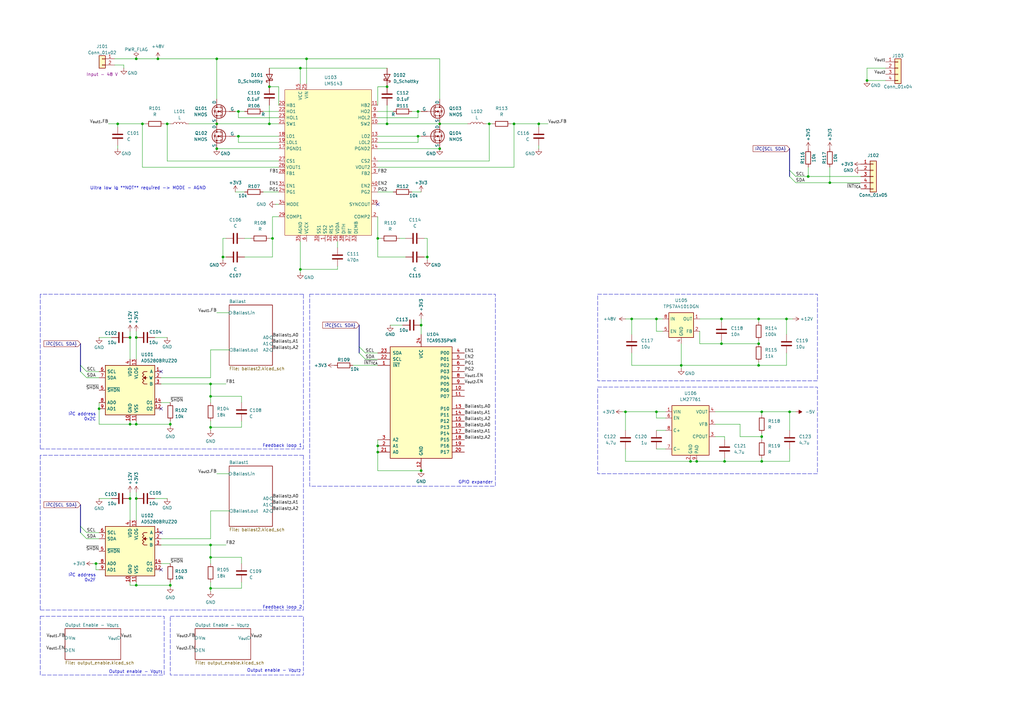
<source format=kicad_sch>
(kicad_sch (version 20231120) (generator "eeschema") (generator_version "8.0")
  (paper "A3")
  (title_block (title "Power supply - low level driver") (date "2024-06-28"))
  (junction (at 295.91 140.97))
  (junction (at 88.9 60.96))
  (junction (at 86.36 241.3))
  (junction (at 86.36 175.26))
  (junction (at 86.36 223.52))
  (junction (at 97.79 55.88))
  (junction (at 64.77 24.13))
  (junction (at 154.94 182.88))
  (junction (at 256.54 168.91))
  (junction (at 180.34 60.96))
  (junction (at 172.72 193.04))
  (junction (at 312.42 179.07))
  (junction (at 91.44 105.41))
  (junction (at 297.18 189.23))
  (junction (at 355.6 33.02))
  (junction (at 123.19 110.49))
  (junction (at 39.37 231.14))
  (junction (at 69.85 173.99))
  (junction (at 285.75 189.23))
  (junction (at 58.42 50.8))
  (junction (at 111.76 97.79))
  (junction (at 312.42 168.91))
  (junction (at 55.88 138.43))
  (junction (at 312.42 189.23))
  (junction (at 220.98 50.8))
  (junction (at 110.49 35.56))
  (junction (at 283.21 189.23))
  (junction (at 180.34 50.8))
  (junction (at 97.79 45.72))
  (junction (at 55.88 204.47))
  (junction (at 53.34 138.43))
  (junction (at 331.47 72.39))
  (junction (at 322.58 130.81))
  (junction (at 171.45 45.72))
  (junction (at 323.85 168.91))
  (junction (at 123.19 27.94))
  (junction (at 269.24 130.81))
  (junction (at 311.15 149.86))
  (junction (at 311.15 130.81))
  (junction (at 125.73 24.13))
  (junction (at 340.36 74.93))
  (junction (at 171.45 55.88))
  (junction (at 158.75 35.56))
  (junction (at 53.34 204.47))
  (junction (at 69.85 240.03))
  (junction (at 55.88 240.03))
  (junction (at 88.9 50.8))
  (junction (at 175.26 105.41))
  (junction (at 279.4 149.86))
  (junction (at 88.9 24.13))
  (junction (at 311.15 140.97))
  (junction (at 86.36 162.56))
  (junction (at 68.58 50.8))
  (junction (at 172.72 133.35))
  (junction (at 86.36 157.48))
  (junction (at 40.64 167.64))
  (junction (at 53.34 173.99))
  (junction (at 269.24 168.91))
  (junction (at 55.88 24.13))
  (junction (at 55.88 173.99))
  (junction (at 295.91 130.81))
  (junction (at 210.82 50.8))
  (junction (at 259.08 130.81))
  (junction (at 110.49 50.8))
  (junction (at 200.66 50.8))
  (junction (at 86.36 228.6))
  (junction (at 154.94 97.79))
  (junction (at 158.75 50.8))
  (junction (at 48.26 50.8))
  (junction (at 154.94 185.42))
  (no_connect (at 66.04 152.4))
  (no_connect (at 66.04 167.64))
  (no_connect (at 66.04 233.68))
  (no_connect (at 66.04 218.44))
  (no_connect (at 154.94 83.82))
  (bus_entry (at 147.32 144.78) (size 2.54 2.54))
  (bus_entry (at 323.85 72.39) (size 2.54 2.54))
  (bus_entry (at 323.85 69.85) (size 2.54 2.54))
  (bus_entry (at 33.02 152.4) (size 2.54 2.54))
  (bus_entry (at 33.02 215.9) (size 2.54 2.54))
  (bus_entry (at 147.32 142.24) (size 2.54 2.54))
  (bus_entry (at 33.02 218.44) (size 2.54 2.54))
  (bus_entry (at 33.02 149.86) (size 2.54 2.54))
  (wire (pts (xy 171.45 45.72) (xy 168.91 45.72)))
  (wire (pts (xy 161.29 45.72) (xy 154.94 45.72)))
  (wire (pts (xy 312.42 189.23) (xy 297.18 189.23)))
  (wire (pts (xy 110.49 35.56) (xy 114.3 35.56)))
  (wire (pts (xy 256.54 130.81) (xy 259.08 130.81)))
  (wire (pts (xy 99.06 165.1) (xy 99.06 162.56)))
  (wire (pts (xy 323.85 189.23) (xy 312.42 189.23)))
  (wire (pts (xy 40.64 165.1) (xy 40.64 167.64)))
  (wire (pts (xy 40.64 204.47) (xy 45.72 204.47)))
  (wire (pts (xy 55.88 240.03) (xy 55.88 238.76)))
  (wire (pts (xy 180.34 60.96) (xy 154.94 60.96)))
  (wire (pts (xy 123.19 34.29) (xy 123.19 27.94)))
  (wire (pts (xy 97.79 48.26) (xy 97.79 45.72)))
  (wire (pts (xy 209.55 50.8) (xy 210.82 50.8)))
  (wire (pts (xy 255.27 168.91) (xy 256.54 168.91)))
  (wire (pts (xy 53.34 204.47) (xy 53.34 213.36)))
  (wire (pts (xy 312.42 168.91) (xy 323.85 168.91)))
  (wire (pts (xy 69.85 173.99) (xy 69.85 174.625)))
  (wire (pts (xy 154.94 97.79) (xy 154.94 88.9)))
  (wire (pts (xy 53.34 173.99) (xy 40.64 173.99)))
  (wire (pts (xy 191.77 50.8) (xy 180.34 50.8)))
  (wire (pts (xy 312.42 187.96) (xy 312.42 189.23)))
  (wire (pts (xy 59.69 50.8) (xy 58.42 50.8)))
  (wire (pts (xy 271.78 135.89) (xy 269.24 135.89)))
  (wire (pts (xy 158.75 50.8) (xy 154.94 50.8)))
  (wire (pts (xy 99.06 228.6) (xy 86.36 228.6)))
  (wire (pts (xy 114.3 43.18) (xy 114.3 35.56)))
  (wire (pts (xy 40.64 138.43) (xy 45.72 138.43)))
  (wire (pts (xy 201.93 50.8) (xy 200.66 50.8)))
  (wire (pts (xy 297.18 179.07) (xy 297.18 180.34)))
  (wire (pts (xy 154.94 193.04) (xy 172.72 193.04)))
  (wire (pts (xy 311.15 132.08) (xy 311.15 130.81)))
  (wire (pts (xy 166.37 97.79) (xy 163.83 97.79)))
  (wire (pts (xy 295.91 140.97) (xy 311.15 140.97)))
  (wire (pts (xy 39.37 231.14) (xy 40.64 231.14)))
  (bus (pts (xy 323.85 69.85) (xy 323.85 72.39)))
  (wire (pts (xy 88.9 40.64) (xy 88.9 24.13)))
  (wire (pts (xy 322.58 149.86) (xy 311.15 149.86)))
  (wire (pts (xy 171.45 58.42) (xy 171.45 55.88)))
  (wire (pts (xy 40.64 233.68) (xy 39.37 233.68)))
  (wire (pts (xy 220.98 50.8) (xy 224.79 50.8)))
  (wire (pts (xy 322.58 130.81) (xy 325.12 130.81)))
  (wire (pts (xy 55.88 173.99) (xy 55.88 172.72)))
  (wire (pts (xy 38.1 231.14) (xy 39.37 231.14)))
  (wire (pts (xy 287.02 130.81) (xy 295.91 130.81)))
  (wire (pts (xy 259.08 130.81) (xy 269.24 130.81)))
  (wire (pts (xy 77.47 50.8) (xy 88.9 50.8)))
  (wire (pts (xy 55.88 204.47) (xy 55.88 213.36)))
  (wire (pts (xy 256.54 168.91) (xy 269.24 168.91)))
  (polyline (pts (xy 124.46 186.69) (xy 16.51 186.69)) (stroke (width 0) (type dash)))
  (bus (pts (xy 33.02 149.86) (xy 33.02 152.4)))
  (bus (pts (xy 147.32 133.35) (xy 147.32 142.24)))
  (wire (pts (xy 303.53 173.99) (xy 303.53 179.07)))
  (wire (pts (xy 111.76 88.9) (xy 114.3 88.9)))
  (wire (pts (xy 123.19 27.94) (xy 158.75 27.94)))
  (polyline (pts (xy 16.51 250.19) (xy 124.46 250.19)) (stroke (width 0) (type dash)))
  (polyline (pts (xy 124.46 120.65) (xy 16.51 120.65)) (stroke (width 0) (type dash)))
  (wire (pts (xy 154.94 182.88) (xy 154.94 180.34)))
  (wire (pts (xy 125.73 24.13) (xy 180.34 24.13)))
  (wire (pts (xy 175.26 105.41) (xy 175.26 106.68)))
  (wire (pts (xy 340.36 68.58) (xy 340.36 74.93)))
  (wire (pts (xy 269.24 130.81) (xy 271.78 130.81)))
  (wire (pts (xy 96.52 45.72) (xy 97.79 45.72)))
  (wire (pts (xy 66.04 165.1) (xy 69.85 165.1)))
  (wire (pts (xy 200.66 50.8) (xy 199.39 50.8)))
  (wire (pts (xy 88.9 128.27) (xy 93.98 128.27)))
  (wire (pts (xy 68.58 204.47) (xy 63.5 204.47)))
  (wire (pts (xy 86.36 220.98) (xy 66.04 220.98)))
  (wire (pts (xy 48.26 59.69) (xy 48.26 60.96)))
  (wire (pts (xy 256.54 184.15) (xy 256.54 189.23)))
  (wire (pts (xy 154.94 35.56) (xy 154.94 43.18)))
  (wire (pts (xy 88.9 60.96) (xy 114.3 60.96)))
  (wire (pts (xy 154.94 78.74) (xy 161.29 78.74)))
  (wire (pts (xy 287.02 135.89) (xy 287.02 140.97)))
  (wire (pts (xy 50.8 26.67) (xy 46.99 26.67)))
  (polyline (pts (xy 16.51 186.69) (xy 16.51 250.19)) (stroke (width 0) (type dash)))
  (wire (pts (xy 331.47 72.39) (xy 353.06 72.39)))
  (wire (pts (xy 91.44 105.41) (xy 92.71 105.41)))
  (wire (pts (xy 287.02 140.97) (xy 295.91 140.97)))
  (wire (pts (xy 323.85 168.91) (xy 326.39 168.91)))
  (wire (pts (xy 259.08 144.78) (xy 259.08 149.86)))
  (wire (pts (xy 322.58 144.78) (xy 322.58 149.86)))
  (wire (pts (xy 111.76 97.79) (xy 111.76 88.9)))
  (wire (pts (xy 91.44 97.79) (xy 92.71 97.79)))
  (wire (pts (xy 100.33 105.41) (xy 111.76 105.41)))
  (wire (pts (xy 295.91 139.7) (xy 295.91 140.97)))
  (wire (pts (xy 114.3 78.74) (xy 107.95 78.74)))
  (wire (pts (xy 86.36 157.48) (xy 92.71 157.48)))
  (wire (pts (xy 297.18 187.96) (xy 297.18 189.23)))
  (polyline (pts (xy 16.51 184.15) (xy 124.46 184.15)) (stroke (width 0) (type dash)))
  (wire (pts (xy 273.05 171.45) (xy 269.24 171.45)))
  (wire (pts (xy 110.49 27.94) (xy 123.19 27.94)))
  (wire (pts (xy 35.56 220.98) (xy 40.64 220.98)))
  (wire (pts (xy 269.24 168.91) (xy 273.05 168.91)))
  (wire (pts (xy 110.49 97.79) (xy 111.76 97.79)))
  (wire (pts (xy 171.45 58.42) (xy 154.94 58.42)))
  (wire (pts (xy 68.58 50.8) (xy 69.85 50.8)))
  (wire (pts (xy 113.03 83.82) (xy 114.3 83.82)))
  (wire (pts (xy 259.08 130.81) (xy 259.08 137.16)))
  (wire (pts (xy 269.24 184.15) (xy 273.05 184.15)))
  (wire (pts (xy 172.72 130.81) (xy 172.72 133.35)))
  (wire (pts (xy 323.85 168.91) (xy 323.85 176.53)))
  (wire (pts (xy 340.36 74.93) (xy 353.06 74.93)))
  (wire (pts (xy 363.22 27.94) (xy 355.6 27.94)))
  (wire (pts (xy 166.37 105.41) (xy 154.94 105.41)))
  (wire (pts (xy 154.94 105.41) (xy 154.94 97.79)))
  (wire (pts (xy 326.39 74.93) (xy 340.36 74.93)))
  (wire (pts (xy 48.26 50.8) (xy 58.42 50.8)))
  (wire (pts (xy 86.36 223.52) (xy 86.36 228.6)))
  (wire (pts (xy 86.36 143.51) (xy 86.36 154.94)))
  (wire (pts (xy 355.6 33.02) (xy 363.22 33.02)))
  (wire (pts (xy 171.45 48.26) (xy 154.94 48.26)))
  (wire (pts (xy 97.79 48.26) (xy 114.3 48.26)))
  (wire (pts (xy 97.79 58.42) (xy 97.79 55.88)))
  (wire (pts (xy 86.36 157.48) (xy 86.36 162.56)))
  (wire (pts (xy 55.88 24.13) (xy 64.77 24.13)))
  (wire (pts (xy 86.36 175.26) (xy 86.36 176.53)))
  (wire (pts (xy 355.6 27.94) (xy 355.6 33.02)))
  (wire (pts (xy 69.85 238.76) (xy 69.85 240.03)))
  (wire (pts (xy 256.54 168.91) (xy 256.54 176.53)))
  (wire (pts (xy 96.52 55.88) (xy 97.79 55.88)))
  (wire (pts (xy 172.72 133.35) (xy 172.72 137.16)))
  (polyline (pts (xy 124.46 250.19) (xy 124.46 186.69)) (stroke (width 0) (type dash)))
  (wire (pts (xy 88.9 50.8) (xy 110.49 50.8)))
  (wire (pts (xy 67.31 50.8) (xy 68.58 50.8)))
  (wire (pts (xy 68.58 66.04) (xy 114.3 66.04)))
  (wire (pts (xy 86.36 209.55) (xy 86.36 220.98)))
  (polyline (pts (xy 124.46 184.15) (xy 124.46 120.65)) (stroke (width 0) (type dash)))
  (wire (pts (xy 293.37 173.99) (xy 303.53 173.99)))
  (bus (pts (xy 33.02 140.97) (xy 33.02 149.86)))
  (wire (pts (xy 154.94 193.04) (xy 154.94 185.42)))
  (wire (pts (xy 138.43 110.49) (xy 123.19 110.49)))
  (wire (pts (xy 64.77 24.13) (xy 88.9 24.13)))
  (wire (pts (xy 69.85 173.99) (xy 55.88 173.99)))
  (wire (pts (xy 293.37 179.07) (xy 297.18 179.07)))
  (wire (pts (xy 279.4 151.13) (xy 279.4 149.86)))
  (wire (pts (xy 312.42 177.8) (xy 312.42 179.07)))
  (wire (pts (xy 97.79 55.88) (xy 114.3 55.88)))
  (wire (pts (xy 200.66 66.04) (xy 200.66 50.8)))
  (wire (pts (xy 293.37 168.91) (xy 312.42 168.91)))
  (wire (pts (xy 99.06 162.56) (xy 86.36 162.56)))
  (wire (pts (xy 35.56 154.94) (xy 40.64 154.94)))
  (wire (pts (xy 172.72 55.88) (xy 171.45 55.88)))
  (wire (pts (xy 53.34 201.93) (xy 53.34 204.47)))
  (wire (pts (xy 123.19 110.49) (xy 123.19 111.76)))
  (wire (pts (xy 107.95 45.72) (xy 114.3 45.72)))
  (wire (pts (xy 279.4 149.86) (xy 279.4 140.97)))
  (wire (pts (xy 175.26 97.79) (xy 175.26 105.41)))
  (wire (pts (xy 99.06 238.76) (xy 99.06 241.3)))
  (wire (pts (xy 160.02 133.35) (xy 165.1 133.35)))
  (wire (pts (xy 168.91 78.74) (xy 172.72 78.74)))
  (wire (pts (xy 100.33 78.74) (xy 96.52 78.74)))
  (wire (pts (xy 323.85 184.15) (xy 323.85 189.23)))
  (wire (pts (xy 68.58 138.43) (xy 63.5 138.43)))
  (wire (pts (xy 303.53 179.07) (xy 312.42 179.07)))
  (wire (pts (xy 295.91 130.81) (xy 295.91 132.08)))
  (wire (pts (xy 175.26 105.41) (xy 173.99 105.41)))
  (bus (pts (xy 33.02 207.01) (xy 33.02 215.9)))
  (wire (pts (xy 110.49 50.8) (xy 114.3 50.8)))
  (wire (pts (xy 58.42 68.58) (xy 58.42 50.8)))
  (wire (pts (xy 53.34 135.89) (xy 53.34 138.43)))
  (wire (pts (xy 99.06 172.72) (xy 99.06 175.26)))
  (wire (pts (xy 311.15 148.59) (xy 311.15 149.86)))
  (wire (pts (xy 58.42 68.58) (xy 114.3 68.58)))
  (wire (pts (xy 66.04 157.48) (xy 86.36 157.48)))
  (wire (pts (xy 99.06 241.3) (xy 86.36 241.3)))
  (wire (pts (xy 138.43 99.06) (xy 138.43 101.6)))
  (wire (pts (xy 53.34 240.03) (xy 53.34 238.76)))
  (wire (pts (xy 86.36 162.56) (xy 86.36 165.1)))
  (wire (pts (xy 171.45 55.88) (xy 154.94 55.88)))
  (wire (pts (xy 69.85 172.72) (xy 69.85 173.99)))
  (wire (pts (xy 50.8 27.94) (xy 50.8 26.67)))
  (bus (pts (xy 147.32 142.24) (xy 147.32 144.78)))
  (wire (pts (xy 172.72 45.72) (xy 171.45 45.72)))
  (wire (pts (xy 86.36 241.3) (xy 86.36 242.57)))
  (wire (pts (xy 69.85 240.03) (xy 55.88 240.03)))
  (wire (pts (xy 125.73 34.29) (xy 125.73 24.13)))
  (wire (pts (xy 86.36 238.76) (xy 86.36 241.3)))
  (wire (pts (xy 220.98 52.07) (xy 220.98 50.8)))
  (wire (pts (xy 55.88 135.89) (xy 55.88 138.43)))
  (wire (pts (xy 297.18 189.23) (xy 285.75 189.23)))
  (wire (pts (xy 158.75 35.56) (xy 154.94 35.56)))
  (wire (pts (xy 331.47 68.58) (xy 331.47 72.39)))
  (bus (pts (xy 33.02 215.9) (xy 33.02 218.44)))
  (wire (pts (xy 46.99 24.13) (xy 55.88 24.13)))
  (wire (pts (xy 269.24 135.89) (xy 269.24 130.81)))
  (wire (pts (xy 220.98 50.8) (xy 210.82 50.8)))
  (wire (pts (xy 48.26 52.07) (xy 48.26 50.8)))
  (wire (pts (xy 97.79 58.42) (xy 114.3 58.42)))
  (wire (pts (xy 66.04 231.14) (xy 69.85 231.14)))
  (wire (pts (xy 158.75 43.18) (xy 158.75 50.8)))
  (wire (pts (xy 53.34 173.99) (xy 55.88 173.99)))
  (wire (pts (xy 53.34 173.99) (xy 53.34 172.72)))
  (wire (pts (xy 88.9 194.31) (xy 93.98 194.31)))
  (wire (pts (xy 149.86 147.32) (xy 154.94 147.32)))
  (wire (pts (xy 144.78 149.86) (xy 154.94 149.86)))
  (wire (pts (xy 86.36 223.52) (xy 92.71 223.52)))
  (wire (pts (xy 283.21 189.23) (xy 285.75 189.23)))
  (wire (pts (xy 220.98 59.69) (xy 220.98 60.96)))
  (wire (pts (xy 93.98 209.55) (xy 86.36 209.55)))
  (wire (pts (xy 111.76 105.41) (xy 111.76 97.79)))
  (wire (pts (xy 210.82 68.58) (xy 154.94 68.58)))
  (wire (pts (xy 93.98 143.51) (xy 86.36 143.51)))
  (wire (pts (xy 311.15 139.7) (xy 311.15 140.97)))
  (wire (pts (xy 171.45 48.26) (xy 171.45 45.72)))
  (wire (pts (xy 69.85 240.03) (xy 69.85 240.665)))
  (wire (pts (xy 53.34 240.03) (xy 55.88 240.03)))
  (wire (pts (xy 269.24 171.45) (xy 269.24 168.91)))
  (wire (pts (xy 44.45 50.8) (xy 48.26 50.8)))
  (wire (pts (xy 269.24 176.53) (xy 273.05 176.53)))
  (wire (pts (xy 322.58 130.81) (xy 311.15 130.81)))
  (wire (pts (xy 39.37 233.68) (xy 39.37 231.14)))
  (wire (pts (xy 110.49 43.18) (xy 110.49 50.8)))
  (wire (pts (xy 210.82 68.58) (xy 210.82 50.8)))
  (wire (pts (xy 180.34 50.8) (xy 158.75 50.8)))
  (wire (pts (xy 256.54 189.23) (xy 283.21 189.23)))
  (wire (pts (xy 86.36 154.94) (xy 66.04 154.94)))
  (wire (pts (xy 97.79 45.72) (xy 100.33 45.72)))
  (wire (pts (xy 322.58 137.16) (xy 322.58 130.81)))
  (wire (pts (xy 99.06 175.26) (xy 86.36 175.26)))
  (wire (pts (xy 180.34 40.64) (xy 180.34 24.13)))
  (wire (pts (xy 100.33 97.79) (xy 102.87 97.79)))
  (wire (pts (xy 66.04 223.52) (xy 86.36 223.52)))
  (wire (pts (xy 53.34 138.43) (xy 53.34 147.32)))
  (wire (pts (xy 200.66 66.04) (xy 154.94 66.04)))
  (wire (pts (xy 154.94 185.42) (xy 154.94 182.88)))
  (wire (pts (xy 326.39 72.39) (xy 331.47 72.39)))
  (wire (pts (xy 138.43 109.22) (xy 138.43 110.49)))
  (wire (pts (xy 91.44 97.79) (xy 91.44 105.41)))
  (bus (pts (xy 323.85 60.96) (xy 323.85 69.85)))
  (wire (pts (xy 88.9 24.13) (xy 125.73 24.13)))
  (wire (pts (xy 175.26 97.79) (xy 173.99 97.79)))
  (wire (pts (xy 312.42 179.07) (xy 312.42 180.34)))
  (polyline (pts (xy 16.51 120.65) (xy 16.51 184.15)) (stroke (width 0) (type dash)))
  (wire (pts (xy 295.91 130.81) (xy 311.15 130.81)))
  (wire (pts (xy 35.56 218.44) (xy 40.64 218.44)))
  (wire (pts (xy 35.56 152.4) (xy 40.64 152.4)))
  (wire (pts (xy 91.44 105.41) (xy 91.44 106.68)))
  (wire (pts (xy 149.86 144.78) (xy 154.94 144.78)))
  (wire (pts (xy 55.88 201.93) (xy 55.88 204.47)))
  (wire (pts (xy 68.58 66.04) (xy 68.58 50.8)))
  (wire (pts (xy 40.64 173.99) (xy 40.64 167.64)))
  (wire (pts (xy 99.06 231.14) (xy 99.06 228.6)))
  (wire (pts (xy 156.21 97.79) (xy 154.94 97.79)))
  (wire (pts (xy 86.36 228.6) (xy 86.36 231.14)))
  (wire (pts (xy 259.08 149.86) (xy 279.4 149.86)))
  (wire (pts (xy 123.19 99.06) (xy 123.19 110.49)))
  (wire (pts (xy 312.42 168.91) (xy 312.42 170.18)))
  (wire (pts (xy 86.36 172.72) (xy 86.36 175.26)))
  (wire (pts (xy 55.88 138.43) (xy 55.88 147.32)))
  (wire (pts (xy 279.4 149.86) (xy 311.15 149.86)))
  (rectangle (start 127 120.65) (end 203.2 199.39) (stroke (width 0) (type dash)))
  (rectangle (start 16.51 252.73) (end 67.31 276.86) (stroke (width 0) (type dash)))
  (rectangle (start 245.11 120.65) (end 335.28 156.21) (stroke (width 0) (type dash)))
  (rectangle (start 69.85 252.73) (end 124.46 276.86) (stroke (width 0) (type dash)))
  (rectangle (start 245.11 158.75) (end 335.28 194.31) (stroke (width 0) (type dash)))
  (text "Feedback loop 2" (exclude_from_sim yes) (at 123.952 249.174 0) (effects (font (size 1.27 1.27)) (justify right)))
  (text "Feedback loop 1" (exclude_from_sim yes) (at 123.952 182.88 0) (effects (font (size 1.27 1.27)) (justify right)))
  (text "Output enable - V_{OUT1}" (at 66.802 275.59 0) (effects (font (size 1.27 1.27)) (justify right)))
  (text "Output enable - V_{OUT2}" (at 123.444 275.082 0) (effects (font (size 1.27 1.27)) (justify right)))
  (text "GPIO expander" (at 202.184 197.866 0) (effects (font (size 1.27 1.27)) (justify right)))
  (text "Ultra low I_{Q} **NOT** required -> MODE - AGND" (exclude_from_sim yes) (at 60.706 77.216 0) (effects (font (size 1.27 1.27))))
  (text "I^{2}C address\n0x2F" (at 39.37 238.76 0) (effects (font (size 1.27 1.27)) (justify right bottom)))
  (text "I^{2}C address\n0x2C" (at 39.37 172.72 0) (effects (font (size 1.27 1.27)) (justify right bottom)))
  (label "SDA" (at 35.56 154.94 0))
  (label "~{INT_{TCA}}" (at 353.06 77.47 180))
  (label "Ballast_{2}.A1" (at 190.5 177.8 0))
  (label "V_{out1}.FB" (at 88.9 128.27 180))
  (label "Ballast_{2}.A2" (at 111.76 209.55 0))
  (label "Ballast_{2}.A2" (at 190.5 180.34 0))
  (label "V_{out2}.FB" (at 88.9 194.31 180))
  (label "~{SHDN}" (at 40.64 160.02 180))
  (label "Ballast_{1}.A2" (at 111.76 143.51 0))
  (label "V_{out1}.EN" (at 190.5 154.94 0))
  (label "V_{out1}.FB" (at 44.45 50.8 180))
  (label "Ballast_{1}.A0" (at 190.5 167.64 0))
  (label "FB2" (at 154.94 71.12 0))
  (label "Ballast_{2}.A1" (at 111.76 207.01 0))
  (label "SCL" (at 35.56 152.4 0))
  (label "Ballast_{1}.A1" (at 190.5 170.18 0))
  (label "V_{out2}.FB" (at 224.79 50.8 0))
  (label "SCL" (at 149.86 144.78 0))
  (label "V_{out2}.FB" (at 80.01 261.62 180))
  (label "V_{out1}" (at 363.22 25.4 180))
  (label "EN2" (at 190.5 147.32 0))
  (label "FB1" (at 114.3 71.12 180))
  (label "~{SHDN}" (at 69.85 231.14 0))
  (label "EN2" (at 154.94 76.2 0))
  (label "SCL" (at 35.56 218.44 0))
  (label "V_{out2}" (at 363.22 30.48 180))
  (label "Ballast_{2}.A0" (at 190.5 175.26 0))
  (label "~{SHDN}" (at 69.85 165.1 0))
  (label "PG1" (at 114.3 78.74 180))
  (label "SDA" (at 326.39 74.93 0))
  (label "Ballast_{1}.A0" (at 111.76 138.43 0))
  (label "PG2" (at 190.5 152.4 0))
  (label "PG2" (at 154.94 78.74 0))
  (label "~{INT_{TCA}}" (at 154.94 149.86 180))
  (label "Ballast_{1}.A2" (at 190.5 172.72 0))
  (label "Ballast_{2}.A0" (at 111.76 204.47 0))
  (label "EN1" (at 190.5 144.78 0))
  (label "SDA" (at 149.86 147.32 0))
  (label "SCL" (at 326.39 72.39 0))
  (label "V_{out2}" (at 102.87 261.62 0))
  (label "V_{out1}" (at 49.53 261.62 0))
  (label "Ballast_{1}.A1" (at 111.76 140.97 0))
  (label "FB2" (at 92.71 223.52 0))
  (label "SDA" (at 35.56 220.98 0))
  (label "V_{out2}.EN" (at 190.5 157.48 0))
  (label "EN1" (at 114.3 76.2 180))
  (label "V_{out1}.EN" (at 26.67 266.7 180))
  (label "V_{out2}.EN" (at 80.01 266.7 180))
  (label "V_{out1}.FB" (at 26.67 261.62 180))
  (label "PG1" (at 190.5 149.86 0))
  (label "FB1" (at 92.71 157.48 0))
  (label "~{SHDN}" (at 40.64 226.06 180))
  (global_label "I^{2}C{SCL SDA}" (shape input) (at 33.02 140.97 180) (property "Intersheetrefs" "${INTERSHEET_REFS}" (effects (hide yes))))
  (global_label "I^{2}C{SCL SDA}" (shape input) (at 147.32 133.35 180) (property "Intersheetrefs" "${INTERSHEET_REFS}" (effects (hide yes))))
  (global_label "I^{2}C{SCL SDA}" (shape input) (at 33.02 207.01 180) (property "Intersheetrefs" "${INTERSHEET_REFS}" (effects (hide yes))))
  (global_label "I^{2}C{SCL SDA}" (shape input) (at 323.85 60.96 180) (property "Intersheetrefs" "${INTERSHEET_REFS}" (effects (hide yes))))
  (symbol (lib_id "power:GND") (at 88.9 60.96 0) (unit 1)
    (property "Reference" "#PWR0117" (effects (hide yes)))
    (property "Value" "GND" (at 92.456 62.992 0))
    (property "Description" "Power symbol creates a global label with name \"GND\" , ground" (effects (hide yes)))
  )
  (symbol (lib_id "power:+48V") (at 256.54 130.81 90) (unit 1)
    (property "Reference" "#PWR0130" (effects (hide yes)))
    (property "Value" "+48V" (at 252.73 130.8099 90) (effects (justify left)))
    (property "Description" "Power symbol creates a global label with name \"+48V\"" (effects (hide yes)))
  )
  (symbol (lib_id "Device:C") (at 49.53 138.43 90) (mirror x) (unit 1)
    (property "Reference" "C102" (at 45.466 136.652 90))
    (property "Value" "10u" (at 45.974 140.462 90))
    (property "Description" "Unpolarized capacitor" (effects (hide yes)))
  )
  (symbol (lib_id "power:+3V3") (at 55.88 201.93 0) (unit 1)
    (property "Reference" "#PWR0109" (effects (hide yes)))
    (property "Value" "+3V3" (at 55.88 196.215 90))
  )
  (symbol (lib_id "Potentiometer_Digital:AD5280") (at 53.34 226.06 0) (unit 1)
    (property "Reference" "U102" (at 57.8359 211.455 0) (effects (justify left)))
    (property "Value" "AD5280BRUZ20" (at 57.8359 213.995 0) (effects (justify left)))
    (property "Footprint" "Package_SO:TSSOP-14_4.4x5mm_P0.65mm" (effects (hide yes)))
    (property "Datasheet" "https://www.analog.com/media/en/technical-documentation/data-sheets/AD5280_5282.pdf" (effects (hide yes)))
  )
  (symbol (lib_id "Device:C") (at 269.24 180.34 0) (mirror y) (unit 1)
    (property "Reference" "C120" (at 265.43 179.0699 0) (effects (justify left)))
    (property "Value" "1u" (at 265.43 181.6099 0) (effects (justify left)))
  )
  (symbol (lib_id "Device:C") (at 49.53 204.47 90) (mirror x) (unit 1)
    (property "Reference" "C103" (at 45.466 202.692 90))
    (property "Value" "10u" (at 45.974 206.502 90))
    (property "Description" "Unpolarized capacitor" (effects (hide yes)))
  )
  (symbol (lib_id "power:+48V") (at 64.77 24.13 0) (unit 1)
    (property "Reference" "#PWR0110" (effects (hide yes)))
    (property "Value" "+48V" (at 64.77 19.05 0))
    (property "Description" "Power symbol creates a global label with name \"+48V\"" (effects (hide yes)))
  )
  (symbol (lib_id "power:+3V3") (at 38.1 231.14 90) (unit 1)
    (property "Reference" "#PWR0101" (effects (hide yes)))
    (property "Value" "+3V3" (at 32.385 231.14 90))
  )
  (symbol (lib_id "power:+3V3") (at 55.88 135.89 0) (unit 1)
    (property "Reference" "#PWR0108" (effects (hide yes)))
    (property "Value" "+3V3" (at 55.88 130.175 90))
  )
  (symbol (lib_id "Device:C") (at 99.06 168.91 0) (unit 1)
    (property "Reference" "C108" (at 102.235 168.275 0) (effects (justify left)))
    (property "Value" "C" (at 102.235 170.815 0) (effects (justify left)))
  )
  (symbol (lib_id "Potentiometer_Digital:AD5280") (at 53.34 160.02 0) (unit 1)
    (property "Reference" "U101" (at 57.8359 145.415 0) (effects (justify left)))
    (property "Value" "AD5280BRUZ20" (at 57.8359 147.955 0) (effects (justify left)))
    (property "Footprint" "Package_SO:TSSOP-14_4.4x5mm_P0.65mm" (effects (hide yes)))
    (property "Datasheet" "https://www.analog.com/media/en/technical-documentation/data-sheets/AD5280_5282.pdf" (effects (hide yes)))
  )
  (symbol (lib_id "Device:R") (at 165.1 45.72 270) (mirror x) (unit 1)
    (property "Reference" "R111" (at 165.1 43.434 90))
    (property "Value" "R" (at 161.29 46.99 90))
    (property "Description" "Resistor" (effects (hide yes)))
  )
  (symbol (lib_id "Device:L") (at 73.66 50.8 90) (unit 1)
    (property "Reference" "L101" (at 73.66 45.72 90))
    (property "Value" "L" (at 73.66 48.26 90))
    (property "Description" "Inductor" (effects (hide yes)))
  )
  (symbol (lib_id "Device:C") (at 322.58 140.97 0) (unit 1)
    (property "Reference" "C119" (at 326.39 139.6999 0) (effects (justify left)))
    (property "Value" "10u" (at 326.39 142.2399 0) (effects (justify left)))
  )
  (symbol (lib_id "Device:C") (at 168.91 133.35 270) (unit 1)
    (property "Reference" "C113" (at 164.846 131.064 90))
    (property "Value" "10u" (at 165.608 135.382 90))
    (property "Description" "Unpolarized capacitor" (effects (hide yes)))
  )
  (symbol (lib_id "power:+12V") (at 53.34 201.93 0) (unit 1)
    (property "Reference" "#PWR0107" (effects (hide yes)))
    (property "Value" "+12V" (at 53.34 196.215 90))
  )
  (symbol (lib_id "Device:R") (at 165.1 78.74 90) (unit 1)
    (property "Reference" "R112" (at 165.1 76.454 90))
    (property "Value" "10k" (at 169.672 80.264 90))
  )
  (symbol (lib_id "power:GND") (at 175.26 106.68 0) (unit 1)
    (property "Reference" "#PWR0127" (effects (hide yes)))
    (property "Value" "GND" (at 178.816 108.712 0))
    (property "Description" "Power symbol creates a global label with name \"GND\" , ground" (effects (hide yes)))
  )
  (symbol (lib_id "Device:C") (at 220.98 55.88 0) (mirror y) (unit 1)
    (property "Reference" "C116" (at 217.17 54.6099 0) (effects (justify left)))
    (property "Value" "C" (at 217.17 57.1499 0) (effects (justify left)))
    (property "Description" "Unpolarized capacitor" (effects (hide yes)))
  )
  (symbol (lib_id "power:GND") (at 180.34 60.96 0) (mirror y) (unit 1)
    (property "Reference" "#PWR0128" (effects (hide yes)))
    (property "Value" "GND" (at 176.784 62.992 0))
    (property "Description" "Power symbol creates a global label with name \"GND\" , ground" (effects (hide yes)))
  )
  (symbol (lib_id "Regulator_SwitchedCapacitor:LM27761") (at 283.21 176.53 0) (unit 1)
    (property "Reference" "U106" (at 283.21 161.29 0))
    (property "Value" "LM27761" (at 283.21 163.83 0))
    (property "Footprint" "Package_SON:WSON-8-1EP_2x2mm_P0.5mm_EP0.9x1.6mm" (effects (hide yes)))
    (property "Datasheet" "http://www.ti.com/lit/ds/symlink/lm27761.pdf" (effects (hide yes)))
    (property "Description" "low-noise regulated switched-capacitor voltage inverter with 2.7V-5.5V input to -1.5 to -5V Output Voltage, WSON-8" (effects (hide yes)))
  )
  (symbol (lib_id "Device:C") (at 96.52 97.79 90) (unit 1)
    (property "Reference" "C106" (at 96.52 90.17 90))
    (property "Value" "C" (at 96.52 92.71 90))
    (property "Description" "Unpolarized capacitor" (effects (hide yes)))
  )
  (symbol (lib_id "power:GND") (at 40.64 138.43 0) (mirror y) (unit 1)
    (property "Reference" "#PWR0102" (effects (hide yes)))
    (property "Value" "GND" (at 38.608 142.494 0) (effects (justify right)))
  )
  (symbol (lib_id "power:+12V") (at 53.34 135.89 0) (unit 1)
    (property "Reference" "#PWR0106" (effects (hide yes)))
    (property "Value" "+12V" (at 53.34 130.175 90))
  )
  (symbol (lib_id "Device:C") (at 99.06 234.95 0) (unit 1)
    (property "Reference" "C109" (at 102.235 234.315 0) (effects (justify left)))
    (property "Value" "C" (at 102.235 236.855 0) (effects (justify left)))
  )
  (symbol (lib_id "Device:R") (at 311.15 135.89 0) (unit 1)
    (property "Reference" "R114" (at 313.69 134.6199 0) (effects (justify left)))
    (property "Value" "100k" (at 313.69 137.1599 0) (effects (justify left)))
  )
  (symbol (lib_id "power:+3V3") (at 340.36 60.96 0) (mirror y) (unit 1)
    (property "Reference" "#PWR0133" (effects (hide yes)))
    (property "Value" "+3V3" (at 340.36 55.245 90))
  )
  (symbol (lib_id "power:GND") (at 172.72 193.04 0) (unit 1)
    (property "Reference" "#PWR0126" (effects (hide yes)))
    (property "Value" "GND" (at 172.72 197.485 0))
  )
  (symbol (lib_id "Simulation_SPICE:NMOS") (at 177.8 55.88 0) (unit 1)
    (property "Reference" "Q104" (at 184.15 54.6099 0) (effects (justify left)))
    (property "Value" "NMOS" (at 184.15 57.1499 0) (effects (justify left)))
    (property "Datasheet" "https://ngspice.sourceforge.io/docs/ngspice-html-manual/manual.xhtml#cha_MOSFETs" (effects (hide yes)))
    (property "Description" "N-MOSFET transistor, drain/source/gate" (effects (hide yes)))
    (property "Sim.Device" "NMOS" (effects (hide yes)))
    (property "Sim.Type" "VDMOS" (effects (hide yes)))
    (property "Sim.Pins" "1=D 2=G 3=S" (effects (hide yes)))
  )
  (symbol (lib_id "power:GND") (at 48.26 60.96 0) (unit 1)
    (property "Reference" "#PWR0104" (effects (hide yes)))
    (property "Value" "GND" (at 51.816 62.992 0))
    (property "Description" "Power symbol creates a global label with name \"GND\" , ground" (effects (hide yes)))
  )
  (symbol (lib_id "power:+3V3") (at 172.72 130.81 0) (mirror y) (unit 1)
    (property "Reference" "#PWR0125" (effects (hide yes)))
    (property "Value" "+3V3" (at 172.72 125.095 90))
  )
  (symbol (lib_id "Device:C") (at 138.43 105.41 180) (unit 1)
    (property "Reference" "C111" (at 142.24 104.1399 0) (effects (justify right)))
    (property "Value" "470n" (at 142.24 106.6799 0) (effects (justify right)))
    (property "Description" "Unpolarized capacitor" (effects (hide yes)))
  )
  (symbol (lib_id "power:GND") (at 68.58 204.47 0) (unit 1)
    (property "Reference" "#PWR0112" (effects (hide yes)))
    (property "Value" "GND" (at 68.58 208.28 0))
  )
  (symbol (lib_id "power:GND") (at 69.85 240.665 0) (unit 1)
    (property "Reference" "#PWR0114" (effects (hide yes)))
    (property "Value" "GND" (at 69.85 245.11 0))
  )
  (symbol (lib_id "Power_source:LM5143") (at 129.54 58.42 0) (unit 1)
    (property "Reference" "U103" (at 133.0041 31.75 0) (effects (justify left)))
    (property "Value" "LM5143" (at 133.0041 34.29 0) (effects (justify left)))
    (property "Footprint" "Lab_source:Texas_RHA0040P_VQFN-40-1EP_6x6mm_P0.5mm_EP4.15x4.15mm_ThermalVias" (effects (hide yes)))
    (property "Datasheet" "https://www.ti.com/lit/ds/symlink/lm5143.pdf?ts=1717828491710&ref_url=https%253A%252F%252Fwww.ti.com%252Fproduct%252FLM5143" (effects (hide yes)))
  )
  (symbol (lib_id "Device:R") (at 160.02 97.79 270) (mirror x) (unit 1)
    (property "Reference" "R110" (at 160.02 91.44 90))
    (property "Value" "R" (at 160.02 93.98 90))
    (property "Description" "Resistor" (effects (hide yes)))
  )
  (symbol (lib_id "Device:C") (at 110.49 39.37 0) (mirror y) (unit 1)
    (property "Reference" "C110" (at 106.68 38.0999 0) (effects (justify left)))
    (property "Value" "0.1uF" (at 106.68 40.6399 0) (effects (justify left)))
    (property "Description" "Unpolarized capacitor" (effects (hide yes)))
  )
  (symbol (lib_id "Device:C") (at 170.18 105.41 270) (unit 1)
    (property "Reference" "C115" (at 170.18 113.03 90))
    (property "Value" "C" (at 170.18 110.49 90))
    (property "Description" "Unpolarized capacitor" (effects (hide yes)))
  )
  (symbol (lib_id "power:+12V") (at 325.12 130.81 270) (unit 1)
    (property "Reference" "#PWR0137" (effects (hide yes)))
    (property "Value" "+12V" (at 330.835 130.81 90))
  )
  (symbol (lib_id "power:GND") (at 86.36 176.53 0) (unit 1)
    (property "Reference" "#PWR0115" (effects (hide yes)))
    (property "Value" "GND" (at 86.36 180.975 0))
  )
  (symbol (lib_id "power:GND") (at 220.98 60.96 0) (mirror y) (unit 1)
    (property "Reference" "#PWR0129" (effects (hide yes)))
    (property "Value" "GND" (at 217.424 62.992 0))
    (property "Description" "Power symbol creates a global label with name \"GND\" , ground" (effects (hide yes)))
  )
  (symbol (lib_id "power:GND") (at 123.19 111.76 0) (unit 1)
    (property "Reference" "#PWR0121" (effects (hide yes)))
    (property "Value" "GND" (at 126.746 113.792 0))
    (property "Description" "Power symbol creates a global label with name \"GND\" , ground" (effects (hide yes)))
  )
  (symbol (lib_id "Device:R") (at 312.42 184.15 0) (unit 1)
    (property "Reference" "R119" (at 314.96 182.8799 0) (effects (justify left)))
    (property "Value" "R" (at 314.96 185.4199 0) (effects (justify left)))
  )
  (symbol (lib_id "power:GND") (at 353.06 69.85 270) (unit 1)
    (property "Reference" "#PWR0135" (effects (hide yes)))
    (property "Value" "GND" (at 347.98 69.85 90))
    (property "Description" "Power symbol creates a global label with name \"GND\" , ground" (effects (hide yes)))
  )
  (symbol (lib_id "power:+3V3") (at 353.06 67.31 90) (mirror x) (unit 1)
    (property "Reference" "#PWR0134" (effects (hide yes)))
    (property "Value" "+3V3" (at 347.345 67.31 90))
  )
  (symbol (lib_id "power:+3V3") (at 172.72 78.74 0) (mirror y) (unit 1)
    (property "Reference" "#PWR0124" (effects (hide yes)))
    (property "Value" "+3V3" (at 172.72 74.93 0))
  )
  (symbol (lib_id "Device:C") (at 170.18 97.79 270) (mirror x) (unit 1)
    (property "Reference" "C114" (at 170.18 90.17 90))
    (property "Value" "C" (at 170.18 92.71 90))
    (property "Description" "Unpolarized capacitor" (effects (hide yes)))
  )
  (symbol (lib_id "Device:R") (at 340.36 64.77 180) (unit 1)
    (property "Reference" "R117" (at 338.074 64.77 90))
    (property "Value" "10k" (at 342.646 64.77 90))
  )
  (symbol (lib_id "Device:R") (at 331.47 64.77 180) (unit 1)
    (property "Reference" "R116" (at 329.184 64.77 90))
    (property "Value" "10k" (at 333.756 64.77 90))
  )
  (symbol (lib_id "Device:C") (at 48.26 55.88 0) (unit 1)
    (property "Reference" "C101" (at 52.07 54.6099 0) (effects (justify left)))
    (property "Value" "C" (at 52.07 57.1499 0) (effects (justify left)))
    (property "Description" "Unpolarized capacitor" (effects (hide yes)))
  )
  (symbol (lib_id "Device:C") (at 59.69 138.43 90) (mirror x) (unit 1)
    (property "Reference" "C104" (at 63.754 136.144 90))
    (property "Value" "10u" (at 62.992 140.462 90))
    (property "Description" "Unpolarized capacitor" (effects (hide yes)))
  )
  (symbol (lib_id "Connector_Generic:Conn_01x05") (at 358.14 72.39 0) (unit 1)
    (property "Reference" "J102" (at 358.14 63.754 0))
    (property "Value" "Conn_01x05" (at 358.14 80.01 0))
    (property "Description" "Generic connector, single row, 01x05, script generated (kicad-library-utils/schlib/autogen/connector/)" (effects (hide yes)))
  )
  (symbol (lib_id "power:GND") (at 86.36 242.57 0) (unit 1)
    (property "Reference" "#PWR0116" (effects (hide yes)))
    (property "Value" "GND" (at 86.36 247.015 0))
  )
  (symbol (lib_id "Device:D_Schottky") (at 158.75 31.75 270) (mirror x) (unit 1)
    (property "Reference" "D102" (at 161.29 30.7974 90) (effects (justify left)))
    (property "Value" "D_Schottky" (at 161.29 33.3374 90) (effects (justify left)))
    (property "Description" "Schottky diode" (effects (hide yes)))
  )
  (symbol (lib_id "Device:R") (at 205.74 50.8 270) (mirror x) (unit 1)
    (property "Reference" "R113" (at 205.74 44.45 90))
    (property "Value" "R" (at 205.74 46.99 90))
    (property "Description" "Resistor" (effects (hide yes)))
  )
  (symbol (lib_id "Connector_Generic:Conn_01x04") (at 368.3 27.94 0) (unit 1)
    (property "Reference" "J103" (at 368.3 22.86 0))
    (property "Value" "Conn_01x04" (at 368.3 35.56 0))
    (property "Description" "Generic connector, single row, 01x04, script generated (kicad-library-utils/schlib/autogen/connector/)" (effects (hide yes)))
  )
  (symbol (lib_id "Device:R") (at 106.68 97.79 90) (unit 1)
    (property "Reference" "R108" (at 106.68 91.44 90))
    (property "Value" "R" (at 106.68 93.98 90))
    (property "Description" "Resistor" (effects (hide yes)))
  )
  (symbol (lib_id "power:-5V") (at 326.39 168.91 270) (unit 1)
    (property "Reference" "#PWR0139" (effects (hide yes)))
    (property "Value" "-5V" (at 330.2 168.9099 90) (effects (justify left)))
    (property "Description" "Power symbol creates a global label with name \"-5V\"" (effects (hide yes)))
  )
  (symbol (lib_id "Device:C") (at 59.69 204.47 90) (mirror x) (unit 1)
    (property "Reference" "C105" (at 63.754 202.184 90))
    (property "Value" "10u" (at 62.992 206.502 90))
    (property "Description" "Unpolarized capacitor" (effects (hide yes)))
  )
  (symbol (lib_id "power:GND") (at 279.4 151.13 0) (unit 1)
    (property "Reference" "#PWR0131" (effects (hide yes)))
    (property "Value" "GND" (at 282.956 153.162 0))
    (property "Description" "Power symbol creates a global label with name \"GND\" , ground" (effects (hide yes)))
  )
  (symbol (lib_id "Device:C") (at 297.18 184.15 0) (unit 1)
    (property "Reference" "C121" (at 300.99 182.8799 0) (effects (justify left)))
    (property "Value" "4.7u" (at 300.99 185.4199 0) (effects (justify left)))
  )
  (symbol (lib_id "Device:R") (at 104.14 45.72 90) (unit 1)
    (property "Reference" "R106" (at 104.14 43.434 90))
    (property "Value" "R" (at 107.95 46.99 90))
    (property "Description" "Resistor" (effects (hide yes)))
  )
  (symbol (lib_id "power:GND") (at 113.03 83.82 270) (unit 1)
    (property "Reference" "#PWR0120" (effects (hide yes)))
    (property "Value" "GND" (at 107.188 83.82 90))
    (property "Description" "Power symbol creates a global label with name \"GND\" , ground" (effects (hide yes)))
  )
  (symbol (lib_id "Device:C") (at 259.08 140.97 0) (unit 1)
    (property "Reference" "C117" (at 262.89 139.6999 0) (effects (justify left)))
    (property "Value" "10u" (at 262.89 142.2399 0) (effects (justify left)))
  )
  (symbol (lib_id "power:GND") (at 68.58 138.43 0) (unit 1)
    (property "Reference" "#PWR0111" (effects (hide yes)))
    (property "Value" "GND" (at 68.58 142.24 0))
  )
  (symbol (lib_id "Device:C") (at 96.52 105.41 90) (mirror x) (unit 1)
    (property "Reference" "C107" (at 96.52 113.03 90))
    (property "Value" "C" (at 96.52 110.49 90))
    (property "Description" "Unpolarized capacitor" (effects (hide yes)))
  )
  (symbol (lib_id "power:GND") (at 69.85 174.625 0) (unit 1)
    (property "Reference" "#PWR0113" (effects (hide yes)))
    (property "Value" "GND" (at 69.85 179.07 0))
  )
  (symbol (lib_id "Device:C") (at 323.85 180.34 0) (unit 1)
    (property "Reference" "C123" (at 327.66 179.0699 0) (effects (justify left)))
    (property "Value" "4.7u" (at 327.66 181.6099 0) (effects (justify left)))
  )
  (symbol (lib_id "power:GND") (at 40.64 204.47 0) (mirror y) (unit 1)
    (property "Reference" "#PWR0103" (effects (hide yes)))
    (property "Value" "GND" (at 38.608 208.534 0) (effects (justify right)))
  )
  (symbol (lib_id "Simulation_SPICE:NMOS") (at 91.44 45.72 0) (mirror y) (unit 1)
    (property "Reference" "Q101" (at 85.09 44.4499 0) (effects (justify left)))
    (property "Value" "NMOS" (at 85.09 46.9899 0) (effects (justify left)))
    (property "Datasheet" "https://ngspice.sourceforge.io/docs/ngspice-html-manual/manual.xhtml#cha_MOSFETs" (effects (hide yes)))
    (property "Description" "N-MOSFET transistor, drain/source/gate" (effects (hide yes)))
    (property "Sim.Device" "NMOS" (effects (hide yes)))
    (property "Sim.Type" "VDMOS" (effects (hide yes)))
    (property "Sim.Pins" "1=D 2=G 3=S" (effects (hide yes)))
  )
  (symbol (lib_id "Connector_Generic:Conn_01x02") (at 41.91 24.13 0) (mirror y) (unit 1)
    (property "Reference" "J101" (at 41.91 19.05 0))
    (property "Value" "Conn_01x02" (at 41.91 21.59 0))
    (property "Field4" "Input - 48 V" (at 41.91 30.48 0))
  )
  (symbol (lib_id "power:+3V3") (at 96.52 78.74 0) (unit 1)
    (property "Reference" "#PWR0119" (effects (hide yes)))
    (property "Value" "+3V3" (at 96.52 74.93 0))
  )
  (symbol (lib_id "power:+3V3") (at 331.47 60.96 0) (mirror y) (unit 1)
    (property "Reference" "#PWR0132" (effects (hide yes)))
    (property "Value" "+3V3" (at 331.47 55.245 90))
  )
  (symbol (lib_id "power:GND") (at 355.6 33.02 0) (unit 1)
    (property "Reference" "#PWR0136" (effects (hide yes)))
    (property "Value" "GND" (at 359.156 35.052 0))
    (property "Description" "Power symbol creates a global label with name \"GND\" , ground" (effects (hide yes)))
  )
  (symbol (lib_id "Device:R") (at 69.85 234.95 0) (unit 1)
    (property "Reference" "R103" (at 71.755 234.315 0) (effects (justify left)))
    (property "Value" "10k" (at 71.755 236.855 0) (effects (justify left)))
  )
  (symbol (lib_id "power:GND") (at 50.8 27.94 0) (unit 1)
    (property "Reference" "#PWR0105" (effects (hide yes)))
    (property "Value" "GND" (at 54.356 29.972 0))
    (property "Description" "Power symbol creates a global label with name \"GND\" , ground" (effects (hide yes)))
  )
  (symbol (lib_id "Regulator_Linear:TPS7A4101DGN") (at 279.4 133.35 0) (unit 1)
    (property "Reference" "U105" (at 279.4 123.19 0))
    (property "Value" "TPS7A4101DGN" (at 279.4 125.73 0))
    (property "Footprint" "Package_SO:Texas_DGN0008B_VSSOP-8-1EP_3x3mm_P0.65mm_EP2x3mm_Mask1.88x1.98mm_ThermalVias" (effects (hide yes)))
    (property "Datasheet" "https://www.ti.com/lit/ds/symlink/tps7a4101.pdf" (effects (hide yes)))
    (property "Description" "High voltage low-dropout linear regulator, 7V to 50 VIn, 1.175V to 48V output, 50mA, MSOP-8-EP" (effects (hide yes)))
  )
  (symbol (lib_id "Device:C") (at 295.91 135.89 0) (unit 1)
    (property "Reference" "C118" (at 299.72 134.6199 0) (effects (justify left)))
    (property "Value" "10n" (at 299.72 137.1599 0) (effects (justify left)))
  )
  (symbol (lib_id "Device:R") (at 86.36 234.95 0) (unit 1)
    (property "Reference" "R105" (at 88.9 233.6799 0) (effects (justify left)))
    (property "Value" "18k" (at 88.9 236.2199 0) (effects (justify left)))
  )
  (symbol (lib_id "Device:R") (at 104.14 78.74 270) (mirror x) (unit 1)
    (property "Reference" "R107" (at 104.14 76.454 90))
    (property "Value" "10k" (at 99.568 80.264 90))
  )
  (symbol (lib_id "power:+3V3") (at 137.16 149.86 90) (mirror x) (unit 1)
    (property "Reference" "#PWR0122" (effects (hide yes)))
    (property "Value" "+3V3" (at 131.445 149.86 90))
  )
  (symbol (lib_id "power:GND") (at 160.02 133.35 0) (mirror y) (unit 1)
    (property "Reference" "#PWR0123" (effects (hide yes)))
    (property "Value" "GND" (at 160.02 137.16 0))
  )
  (symbol (lib_id "Device:R") (at 69.85 168.91 0) (unit 1)
    (property "Reference" "R102" (at 71.755 168.275 0) (effects (justify left)))
    (property "Value" "10k" (at 71.755 170.815 0) (effects (justify left)))
  )
  (symbol (lib_id "power:PWR_FLAG") (at 55.88 24.13 0) (unit 1)
    (property "Reference" "#FLG0101" (effects (hide yes)))
    (property "Value" "PWR_FLAG" (at 55.88 20.32 0))
  )
  (symbol (lib_id "Device:R") (at 311.15 144.78 0) (unit 1)
    (property "Reference" "R115" (at 313.69 143.5099 0) (effects (justify left)))
    (property "Value" "11k" (at 313.69 146.0499 0) (effects (justify left)))
  )
  (symbol (lib_id "Interface_Expansion:TCA9535PWR") (at 172.72 165.1 0) (unit 1)
    (property "Reference" "U104" (at 174.9141 137.16 0) (effects (justify left)))
    (property "Value" "TCA9535PWR" (at 174.9141 139.7 0) (effects (justify left)))
    (property "Footprint" "Package_SO:TSSOP-24_4.4x7.8mm_P0.65mm" (effects (hide yes)))
    (property "Datasheet" "http://www.ti.com/lit/ds/symlink/tca9535.pdf" (effects (hide yes)))
    (property "Description" "16-bit I/O expander, I2C and SMBus interface, interrupts, w/o pull-ups, TSSOP-24 package" (effects (hide yes)))
  )
  (symbol (lib_id "Device:L") (at 195.58 50.8 270) (mirror x) (unit 1)
    (property "Reference" "L102" (at 195.58 45.72 90))
    (property "Value" "L" (at 195.58 48.26 90))
    (property "Description" "Inductor" (effects (hide yes)))
  )
  (symbol (lib_id "Device:R") (at 312.42 173.99 0) (unit 1)
    (property "Reference" "R118" (at 314.96 172.7199 0) (effects (justify left)))
    (property "Value" "R" (at 314.96 175.2599 0) (effects (justify left)))
  )
  (symbol (lib_id "Device:C") (at 256.54 180.34 0) (mirror y) (unit 1)
    (property "Reference" "C122" (at 252.73 179.0699 0) (effects (justify left)))
    (property "Value" "4.7u" (at 252.73 181.6099 0) (effects (justify left)))
  )
  (symbol (lib_id "Device:R") (at 86.36 168.91 0) (unit 1)
    (property "Reference" "R104" (at 88.9 167.6399 0) (effects (justify left)))
    (property "Value" "18k" (at 88.9 170.1799 0) (effects (justify left)))
  )
  (symbol (lib_id "Simulation_SPICE:NMOS") (at 91.44 55.88 0) (mirror y) (unit 1)
    (property "Reference" "Q102" (at 85.09 54.6099 0) (effects (justify left)))
    (property "Value" "NMOS" (at 85.09 57.1499 0) (effects (justify left)))
    (property "Datasheet" "https://ngspice.sourceforge.io/docs/ngspice-html-manual/manual.xhtml#cha_MOSFETs" (effects (hide yes)))
    (property "Description" "N-MOSFET transistor, drain/source/gate" (effects (hide yes)))
    (property "Sim.Device" "NMOS" (effects (hide yes)))
    (property "Sim.Type" "VDMOS" (effects (hide yes)))
    (property "Sim.Pins" "1=D 2=G 3=S" (effects (hide yes)))
  )
  (symbol (lib_id "power:+3V3") (at 255.27 168.91 90) (mirror x) (unit 1)
    (property "Reference" "#PWR0138" (effects (hide yes)))
    (property "Value" "+3V3" (at 249.555 168.91 90))
  )
  (symbol (lib_id "Device:R") (at 140.97 149.86 90) (unit 1)
    (property "Reference" "R109" (at 140.97 147.574 90))
    (property "Value" "10k" (at 145.542 151.384 90))
  )
  (symbol (lib_id "Simulation_SPICE:NMOS") (at 177.8 45.72 0) (unit 1)
    (property "Reference" "Q103" (at 184.15 44.4499 0) (effects (justify left)))
    (property "Value" "NMOS" (at 184.15 46.9899 0) (effects (justify left)))
    (property "Datasheet" "https://ngspice.sourceforge.io/docs/ngspice-html-manual/manual.xhtml#cha_MOSFETs" (effects (hide yes)))
    (property "Description" "N-MOSFET transistor, drain/source/gate" (effects (hide yes)))
    (property "Sim.Device" "NMOS" (effects (hide yes)))
    (property "Sim.Type" "VDMOS" (effects (hide yes)))
    (property "Sim.Pins" "1=D 2=G 3=S" (effects (hide yes)))
  )
  (symbol (lib_id "Device:R") (at 63.5 50.8 90) (unit 1)
    (property "Reference" "R101" (at 63.5 44.45 90))
    (property "Value" "R" (at 63.5 46.99 90))
    (property "Description" "Resistor" (effects (hide yes)))
  )
  (symbol (lib_id "Device:C") (at 158.75 39.37 0) (unit 1)
    (property "Reference" "C112" (at 162.56 38.0999 0) (effects (justify left)))
    (property "Value" "0.1uF" (at 162.56 40.6399 0) (effects (justify left)))
    (property "Description" "Unpolarized capacitor" (effects (hide yes)))
  )
  (symbol (lib_id "Device:D_Schottky") (at 110.49 31.75 90) (unit 1)
    (property "Reference" "D101" (at 107.95 30.7974 90) (effects (justify left)))
    (property "Value" "D_Schottky" (at 107.95 33.3374 90) (effects (justify left)))
    (property "Description" "Schottky diode" (effects (hide yes)))
  )
  (symbol (lib_id "power:GND") (at 91.44 106.68 0) (mirror y) (unit 1)
    (property "Reference" "#PWR0118" (effects (hide yes)))
    (property "Value" "GND" (at 87.884 108.712 0))
    (property "Description" "Power symbol creates a global label with name \"GND\" , ground" (effects (hide yes)))
  )
  (sheet (at 446.405 25.4) (size 41.275 41.91) (stroke (width 0.1524))
    (property "Sheetname" "To be removed" (at 446.405 24.6884 0) (effects (justify left bottom)))
    (property "Sheetfile" "to_be_removed.kicad_sch" (at 446.405 67.8946 0) (effects (justify left top)))
  )
  (sheet (at 93.98 191.135) (size 17.78 24.765) (stroke (width 0.1524))
    (property "Sheetname" "Ballast1" (at 93.98 190.4234 0) (effects (justify left bottom)))
    (property "Sheetfile" "ballast2.kicad_sch" (at 93.98 216.4846 0) (effects (justify left top)))
    (pin "A1" input (at 111.76 207.01 0))
    (pin "A2" input (at 111.76 209.55 0))
    (pin "A0" input (at 111.76 204.47 0))
    (pin "Ballast.out" output (at 93.98 209.55 180))
    (pin "Ballast.in" input (at 93.98 194.31 180))
  )
  (sheet (at 26.67 257.81) (size 22.86 12.7) (stroke (width 0.1524))
    (property "Sheetname" "Output Enable - V_{OUT1}" (at 26.67 257.0984 0) (effects (justify left bottom)))
    (property "Sheetfile" "output_enable.kicad_sch" (at 26.67 271.0946 0) (effects (justify left top)))
    (pin "V_{out}" output (at 49.53 261.62 0))
    (pin "EN" input (at 26.67 266.7 180))
    (pin "V_{IN}" input (at 26.67 261.62 180))
  )
  (sheet (at 93.98 125.095) (size 17.78 24.765) (stroke (width 0.1524))
    (property "Sheetname" "Ballast" (at 93.98 124.3834 0) (effects (justify left bottom)))
    (property "Sheetfile" "ballast2.kicad_sch" (at 93.98 150.4446 0) (effects (justify left top)))
    (pin "A1" input (at 111.76 140.97 0))
    (pin "A2" input (at 111.76 143.51 0))
    (pin "A0" input (at 111.76 138.43 0))
    (pin "Ballast.out" output (at 93.98 143.51 180))
    (pin "Ballast.in" input (at 93.98 128.27 180))
  )
  (sheet (at 80.01 257.81) (size 22.86 12.7) (stroke (width 0.1524))
    (property "Sheetname" "Output Enable - V_{OUT2}" (at 80.01 257.0984 0) (effects (justify left bottom)))
    (property "Sheetfile" "output_enable.kicad_sch" (at 80.01 271.0946 0) (effects (justify left top)))
    (pin "V_{out}" output (at 102.87 261.62 0))
    (pin "EN" input (at 80.01 266.7 180))
    (pin "V_{IN}" input (at 80.01 261.62 180))
  )
)
</source>
